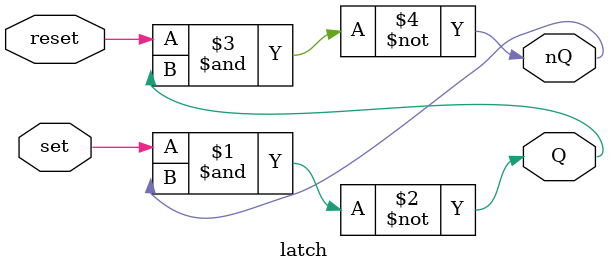
<source format=v>
module latch(
    input set,
    input reset,

    output Q,
    output nQ
);

assign Q = ~(set & nQ);
assign nQ = ~(reset & Q);

endmodule


</source>
